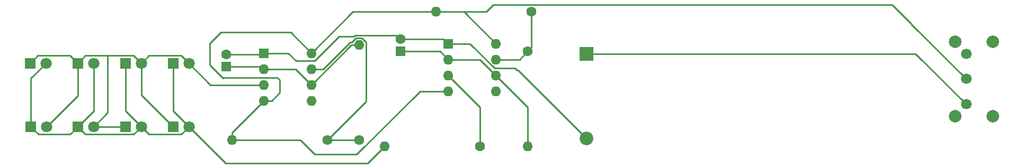
<source format=gbr>
%TF.GenerationSoftware,KiCad,Pcbnew,(6.0.11-0)*%
%TF.CreationDate,2023-01-30T23:51:33+08:00*%
%TF.ProjectId,led_stick,6c65645f-7374-4696-936b-2e6b69636164,rev?*%
%TF.SameCoordinates,Original*%
%TF.FileFunction,Copper,L2,Bot*%
%TF.FilePolarity,Positive*%
%FSLAX46Y46*%
G04 Gerber Fmt 4.6, Leading zero omitted, Abs format (unit mm)*
G04 Created by KiCad (PCBNEW (6.0.11-0)) date 2023-01-30 23:51:33*
%MOMM*%
%LPD*%
G01*
G04 APERTURE LIST*
%TA.AperFunction,ComponentPad*%
%ADD10R,1.600000X1.600000*%
%TD*%
%TA.AperFunction,ComponentPad*%
%ADD11O,1.600000X1.600000*%
%TD*%
%TA.AperFunction,ComponentPad*%
%ADD12C,2.000000*%
%TD*%
%TA.AperFunction,ComponentPad*%
%ADD13C,1.700000*%
%TD*%
%TA.AperFunction,ComponentPad*%
%ADD14C,1.600000*%
%TD*%
%TA.AperFunction,ComponentPad*%
%ADD15R,1.800000X1.800000*%
%TD*%
%TA.AperFunction,ComponentPad*%
%ADD16C,1.800000*%
%TD*%
%TA.AperFunction,ComponentPad*%
%ADD17R,2.170000X2.170000*%
%TD*%
%TA.AperFunction,ComponentPad*%
%ADD18C,2.170000*%
%TD*%
%TA.AperFunction,Conductor*%
%ADD19C,0.250000*%
%TD*%
G04 APERTURE END LIST*
D10*
%TO.P,U2,1,GND*%
%TO.N,GND*%
X77978000Y-94879000D03*
D11*
%TO.P,U2,2,TR*%
%TO.N,Net-(C2-Pad1)*%
X77978000Y-97419000D03*
%TO.P,U2,3,Q*%
%TO.N,Net-(D1-Pad1)*%
X77978000Y-99959000D03*
%TO.P,U2,4,R*%
%TO.N,VCC*%
X77978000Y-102499000D03*
%TO.P,U2,5,CV*%
%TO.N,unconnected-(U2-Pad5)*%
X85598000Y-102499000D03*
%TO.P,U2,6,THR*%
%TO.N,Net-(C2-Pad1)*%
X85598000Y-99959000D03*
%TO.P,U2,7,DIS*%
%TO.N,Net-(R3-Pad1)*%
X85598000Y-97419000D03*
%TO.P,U2,8,VCC*%
%TO.N,VCC*%
X85598000Y-94879000D03*
%TD*%
D10*
%TO.P,U1,1,GND*%
%TO.N,GND*%
X107442000Y-93355000D03*
D11*
%TO.P,U1,2,TR*%
%TO.N,Net-(C1-Pad1)*%
X107442000Y-95895000D03*
%TO.P,U1,3,Q*%
%TO.N,Net-(R5-Pad1)*%
X107442000Y-98435000D03*
%TO.P,U1,4,R*%
%TO.N,VCC*%
X107442000Y-100975000D03*
%TO.P,U1,5,CV*%
%TO.N,unconnected-(U1-Pad5)*%
X115062000Y-100975000D03*
%TO.P,U1,6,THR*%
%TO.N,Net-(C1-Pad1)*%
X115062000Y-98435000D03*
%TO.P,U1,7,DIS*%
%TO.N,Net-(R1-Pad1)*%
X115062000Y-95895000D03*
%TO.P,U1,8,VCC*%
%TO.N,VCC*%
X115062000Y-93355000D03*
%TD*%
D12*
%TO.P,SW1,*%
%TO.N,*%
X188497500Y-93017500D03*
X194497500Y-105017500D03*
X188497500Y-105017500D03*
X194497500Y-93017500D03*
D13*
%TO.P,SW1,1,A*%
%TO.N,Net-(BT1-Pad1)*%
X190247500Y-103017500D03*
%TO.P,SW1,2,B*%
%TO.N,VCC*%
X190247500Y-99017500D03*
%TO.P,SW1,3*%
%TO.N,N/C*%
X190247500Y-95017500D03*
%TD*%
D14*
%TO.P,R5,1*%
%TO.N,Net-(R5-Pad1)*%
X112522000Y-109855000D03*
D11*
%TO.P,R5,2*%
%TO.N,Net-(D1-Pad2)*%
X97282000Y-109855000D03*
%TD*%
D14*
%TO.P,R4,1*%
%TO.N,Net-(R3-Pad1)*%
X93218000Y-108839000D03*
D11*
%TO.P,R4,2*%
%TO.N,Net-(C2-Pad1)*%
X93218000Y-93599000D03*
%TD*%
D14*
%TO.P,R3,1*%
%TO.N,Net-(R3-Pad1)*%
X88138000Y-108839000D03*
D11*
%TO.P,R3,2*%
%TO.N,VCC*%
X72898000Y-108839000D03*
%TD*%
D14*
%TO.P,R2,1*%
%TO.N,Net-(R1-Pad1)*%
X120142000Y-94615000D03*
D11*
%TO.P,R2,2*%
%TO.N,Net-(C1-Pad1)*%
X120142000Y-109855000D03*
%TD*%
D14*
%TO.P,R1,1*%
%TO.N,Net-(R1-Pad1)*%
X120777000Y-88265000D03*
D11*
%TO.P,R1,2*%
%TO.N,VCC*%
X105537000Y-88265000D03*
%TD*%
D15*
%TO.P,D8,1,K*%
%TO.N,Net-(D1-Pad2)*%
X40767000Y-106680000D03*
D16*
%TO.P,D8,2,A*%
%TO.N,Net-(D1-Pad1)*%
X43307000Y-106680000D03*
%TD*%
D15*
%TO.P,D7,1,K*%
%TO.N,Net-(D1-Pad2)*%
X48260000Y-106680000D03*
D16*
%TO.P,D7,2,A*%
%TO.N,Net-(D1-Pad1)*%
X50800000Y-106680000D03*
%TD*%
D15*
%TO.P,D6,1,K*%
%TO.N,Net-(D1-Pad1)*%
X55880000Y-106680000D03*
D16*
%TO.P,D6,2,A*%
%TO.N,Net-(D1-Pad2)*%
X58420000Y-106680000D03*
%TD*%
D15*
%TO.P,D5,1,K*%
%TO.N,Net-(D1-Pad1)*%
X63500000Y-106680000D03*
D16*
%TO.P,D5,2,A*%
%TO.N,Net-(D1-Pad2)*%
X66040000Y-106680000D03*
%TD*%
D15*
%TO.P,D4,1,K*%
%TO.N,Net-(D1-Pad2)*%
X63500000Y-96520000D03*
D16*
%TO.P,D4,2,A*%
%TO.N,Net-(D1-Pad1)*%
X66040000Y-96520000D03*
%TD*%
D15*
%TO.P,D3,1,K*%
%TO.N,Net-(D1-Pad2)*%
X55880000Y-96520000D03*
D16*
%TO.P,D3,2,A*%
%TO.N,Net-(D1-Pad1)*%
X58420000Y-96520000D03*
%TD*%
D15*
%TO.P,D2,1,K*%
%TO.N,Net-(D1-Pad1)*%
X48260000Y-96520000D03*
D16*
%TO.P,D2,2,A*%
%TO.N,Net-(D1-Pad2)*%
X50800000Y-96520000D03*
%TD*%
D15*
%TO.P,D1,1,K*%
%TO.N,Net-(D1-Pad1)*%
X40640000Y-96520000D03*
D16*
%TO.P,D1,2,A*%
%TO.N,Net-(D1-Pad2)*%
X43180000Y-96520000D03*
%TD*%
D10*
%TO.P,C2,1*%
%TO.N,Net-(C2-Pad1)*%
X72013000Y-97043732D03*
D14*
%TO.P,C2,2*%
%TO.N,GND*%
X72013000Y-95043732D03*
%TD*%
D10*
%TO.P,C1,1*%
%TO.N,Net-(C1-Pad1)*%
X99822000Y-94615000D03*
D14*
%TO.P,C1,2*%
%TO.N,GND*%
X99822000Y-92615000D03*
%TD*%
D17*
%TO.P,BT1,1,+*%
%TO.N,Net-(BT1-Pad1)*%
X129540000Y-94960000D03*
D18*
%TO.P,BT1,2,-*%
%TO.N,GND*%
X129540000Y-108550000D03*
%TD*%
D19*
%TO.N,VCC*%
X107442000Y-100975000D02*
X102987000Y-100975000D01*
X102987000Y-100975000D02*
X92837000Y-111125000D01*
X92837000Y-111125000D02*
X86106000Y-111125000D01*
X86106000Y-111125000D02*
X83820000Y-108839000D01*
X83820000Y-108839000D02*
X72898000Y-108839000D01*
%TO.N,GND*%
X107442000Y-93355000D02*
X110931009Y-93355000D01*
X110931009Y-93355000D02*
X114886009Y-97310000D01*
X114886009Y-97310000D02*
X118138000Y-97310000D01*
X118138000Y-97310000D02*
X118491000Y-97663000D01*
X118491000Y-97663000D02*
X118653000Y-97663000D01*
X118653000Y-97663000D02*
X129540000Y-108550000D01*
X81925000Y-94879000D02*
X83185000Y-96139000D01*
X83185000Y-96139000D02*
X86106000Y-96139000D01*
X99231499Y-92024499D02*
X99822000Y-92615000D01*
X86106000Y-96139000D02*
X90043000Y-92202000D01*
X77978000Y-94879000D02*
X81925000Y-94879000D01*
X90043000Y-92202000D02*
X92388319Y-92202000D01*
X92388319Y-92202000D02*
X92565820Y-92024499D01*
X92565820Y-92024499D02*
X99231499Y-92024499D01*
%TO.N,VCC*%
X85598000Y-94879000D02*
X82286000Y-91567000D01*
X69342000Y-93345000D02*
X69342000Y-96774000D01*
X82286000Y-91567000D02*
X71120000Y-91567000D01*
X80109000Y-98834000D02*
X80137000Y-98806000D01*
X71120000Y-91567000D02*
X69342000Y-93345000D01*
X80518000Y-99187000D02*
X80518000Y-101219000D01*
X69342000Y-96774000D02*
X71501000Y-98933000D01*
X80137000Y-98806000D02*
X80518000Y-99187000D01*
X71501000Y-98933000D02*
X71600000Y-98834000D01*
X71600000Y-98834000D02*
X80109000Y-98834000D01*
X80518000Y-101219000D02*
X79238000Y-102499000D01*
X79238000Y-102499000D02*
X77978000Y-102499000D01*
X105537000Y-88265000D02*
X92212000Y-88265000D01*
X92212000Y-88265000D02*
X85598000Y-94879000D01*
X190247500Y-99017500D02*
X181483000Y-90253000D01*
X181483000Y-90253000D02*
X181483000Y-90170000D01*
X181483000Y-90170000D02*
X178453000Y-87140000D01*
X178453000Y-87140000D02*
X114663000Y-87140000D01*
X114663000Y-87140000D02*
X113538000Y-88265000D01*
X108585000Y-88265000D02*
X109972000Y-88265000D01*
X105537000Y-88265000D02*
X108585000Y-88265000D01*
X108585000Y-88265000D02*
X113538000Y-88265000D01*
X109972000Y-88265000D02*
X115062000Y-93355000D01*
X113538000Y-88265000D02*
X105537000Y-88265000D01*
%TO.N,Net-(BT1-Pad1)*%
X129540000Y-94960000D02*
X182190000Y-94960000D01*
X182190000Y-94960000D02*
X190247500Y-103017500D01*
%TO.N,Net-(R3-Pad1)*%
X88138000Y-108839000D02*
X93218000Y-108839000D01*
%TO.N,VCC*%
X72898000Y-108839000D02*
X72898000Y-107579000D01*
X72898000Y-107579000D02*
X77978000Y-102499000D01*
%TO.N,Net-(C1-Pad1)*%
X115062000Y-98435000D02*
X120142000Y-103515000D01*
X120142000Y-103515000D02*
X120142000Y-109855000D01*
%TO.N,Net-(R5-Pad1)*%
X107442000Y-98435000D02*
X112522000Y-103515000D01*
X112522000Y-103515000D02*
X112522000Y-109855000D01*
%TO.N,Net-(C1-Pad1)*%
X107442000Y-95895000D02*
X112522000Y-95895000D01*
X112522000Y-95895000D02*
X115062000Y-98435000D01*
X99822000Y-94615000D02*
X106162000Y-94615000D01*
X106162000Y-94615000D02*
X107442000Y-95895000D01*
%TO.N,GND*%
X99822000Y-92615000D02*
X106702000Y-92615000D01*
X106702000Y-92615000D02*
X107442000Y-93355000D01*
%TO.N,Net-(R1-Pad1)*%
X115062000Y-95895000D02*
X118862000Y-95895000D01*
X118862000Y-95895000D02*
X120142000Y-94615000D01*
X120777000Y-88265000D02*
X120777000Y-93980000D01*
X120777000Y-93980000D02*
X120142000Y-94615000D01*
%TO.N,Net-(R3-Pad1)*%
X85598000Y-97419000D02*
X87501604Y-97419000D01*
X87501604Y-97419000D02*
X91771604Y-93149000D01*
X94343000Y-93133009D02*
X94343000Y-102634000D01*
X91771604Y-93149000D02*
X92093000Y-93149000D01*
X92093000Y-93133009D02*
X92752009Y-92474000D01*
X92093000Y-93149000D02*
X92093000Y-93133009D01*
X92752009Y-92474000D02*
X93683991Y-92474000D01*
X93683991Y-92474000D02*
X94343000Y-93133009D01*
X94343000Y-102634000D02*
X88138000Y-108839000D01*
%TO.N,Net-(C2-Pad1)*%
X93218000Y-93599000D02*
X91958000Y-93599000D01*
X91958000Y-93599000D02*
X85598000Y-99959000D01*
X77978000Y-97419000D02*
X83058000Y-97419000D01*
X83058000Y-97419000D02*
X85598000Y-99959000D01*
%TO.N,GND*%
X72013000Y-95043732D02*
X77813268Y-95043732D01*
X77813268Y-95043732D02*
X77978000Y-94879000D01*
%TO.N,Net-(C2-Pad1)*%
X72013000Y-97043732D02*
X77602732Y-97043732D01*
X77602732Y-97043732D02*
X77978000Y-97419000D01*
%TO.N,Net-(D1-Pad2)*%
X66040000Y-106680000D02*
X71882000Y-112522000D01*
X71882000Y-112522000D02*
X94615000Y-112522000D01*
X94615000Y-112522000D02*
X97282000Y-109855000D01*
%TO.N,Net-(D1-Pad1)*%
X66040000Y-96520000D02*
X69479000Y-99959000D01*
X69479000Y-99959000D02*
X77978000Y-99959000D01*
%TO.N,Net-(D1-Pad2)*%
X48260000Y-106680000D02*
X49485000Y-107905000D01*
X49485000Y-107905000D02*
X57195000Y-107905000D01*
X57195000Y-107905000D02*
X58420000Y-106680000D01*
X58420000Y-106680000D02*
X59645000Y-107905000D01*
X59645000Y-107905000D02*
X64815000Y-107905000D01*
X64815000Y-107905000D02*
X66040000Y-106680000D01*
X40767000Y-106680000D02*
X41992000Y-107905000D01*
X41992000Y-107905000D02*
X47035000Y-107905000D01*
X47035000Y-107905000D02*
X48260000Y-106680000D01*
%TO.N,Net-(D1-Pad1)*%
X63500000Y-106680000D02*
X58420000Y-101600000D01*
X58420000Y-101600000D02*
X58420000Y-96520000D01*
X55880000Y-106680000D02*
X50800000Y-106680000D01*
X49485000Y-95295000D02*
X53041000Y-95295000D01*
X53041000Y-95295000D02*
X57195000Y-95295000D01*
X50800000Y-106680000D02*
X53041000Y-104439000D01*
X53041000Y-104439000D02*
X53041000Y-95295000D01*
X48260000Y-96520000D02*
X48260000Y-101727000D01*
X48260000Y-101727000D02*
X43307000Y-106680000D01*
X58420000Y-96520000D02*
X59645000Y-95295000D01*
X59645000Y-95295000D02*
X64815000Y-95295000D01*
X64815000Y-95295000D02*
X66040000Y-96520000D01*
X48260000Y-96520000D02*
X49485000Y-95295000D01*
X57195000Y-95295000D02*
X58420000Y-96520000D01*
X40640000Y-96520000D02*
X41865000Y-95295000D01*
X41865000Y-95295000D02*
X47035000Y-95295000D01*
X47035000Y-95295000D02*
X48260000Y-96520000D01*
%TO.N,Net-(D1-Pad2)*%
X63500000Y-96520000D02*
X63500000Y-104140000D01*
X63500000Y-104140000D02*
X66040000Y-106680000D01*
X55880000Y-96520000D02*
X55880000Y-104140000D01*
X55880000Y-104140000D02*
X58420000Y-106680000D01*
X50800000Y-96520000D02*
X50800000Y-104140000D01*
X50800000Y-104140000D02*
X48260000Y-106680000D01*
X43180000Y-96520000D02*
X40767000Y-98933000D01*
X40767000Y-98933000D02*
X40767000Y-106680000D01*
%TD*%
M02*

</source>
